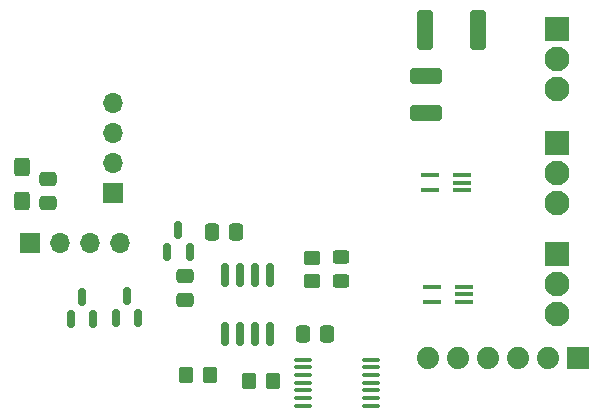
<source format=gbr>
%TF.GenerationSoftware,KiCad,Pcbnew,6.0.11-2627ca5db0~126~ubuntu22.04.1*%
%TF.CreationDate,2023-03-03T14:45:42-05:00*%
%TF.ProjectId,lin-flow-sensor,6c696e2d-666c-46f7-972d-73656e736f72,1.0*%
%TF.SameCoordinates,Original*%
%TF.FileFunction,Soldermask,Top*%
%TF.FilePolarity,Negative*%
%FSLAX46Y46*%
G04 Gerber Fmt 4.6, Leading zero omitted, Abs format (unit mm)*
G04 Created by KiCad (PCBNEW 6.0.11-2627ca5db0~126~ubuntu22.04.1) date 2023-03-03 14:45:42*
%MOMM*%
%LPD*%
G01*
G04 APERTURE LIST*
G04 Aperture macros list*
%AMRoundRect*
0 Rectangle with rounded corners*
0 $1 Rounding radius*
0 $2 $3 $4 $5 $6 $7 $8 $9 X,Y pos of 4 corners*
0 Add a 4 corners polygon primitive as box body*
4,1,4,$2,$3,$4,$5,$6,$7,$8,$9,$2,$3,0*
0 Add four circle primitives for the rounded corners*
1,1,$1+$1,$2,$3*
1,1,$1+$1,$4,$5*
1,1,$1+$1,$6,$7*
1,1,$1+$1,$8,$9*
0 Add four rect primitives between the rounded corners*
20,1,$1+$1,$2,$3,$4,$5,0*
20,1,$1+$1,$4,$5,$6,$7,0*
20,1,$1+$1,$6,$7,$8,$9,0*
20,1,$1+$1,$8,$9,$2,$3,0*%
G04 Aperture macros list end*
%ADD10R,2.100000X2.100000*%
%ADD11C,2.100000*%
%ADD12R,1.879600X1.879600*%
%ADD13C,1.879600*%
%ADD14RoundRect,0.150000X0.150000X-0.587500X0.150000X0.587500X-0.150000X0.587500X-0.150000X-0.587500X0*%
%ADD15O,1.700000X1.700000*%
%ADD16R,1.700000X1.700000*%
%ADD17RoundRect,0.250000X0.400000X1.450000X-0.400000X1.450000X-0.400000X-1.450000X0.400000X-1.450000X0*%
%ADD18RoundRect,0.250000X-0.337500X-0.475000X0.337500X-0.475000X0.337500X0.475000X-0.337500X0.475000X0*%
%ADD19RoundRect,0.250000X-0.475000X0.337500X-0.475000X-0.337500X0.475000X-0.337500X0.475000X0.337500X0*%
%ADD20RoundRect,0.250000X0.425000X-0.537500X0.425000X0.537500X-0.425000X0.537500X-0.425000X-0.537500X0*%
%ADD21RoundRect,0.250000X0.475000X-0.337500X0.475000X0.337500X-0.475000X0.337500X-0.475000X-0.337500X0*%
%ADD22RoundRect,0.250000X-1.100000X0.412500X-1.100000X-0.412500X1.100000X-0.412500X1.100000X0.412500X0*%
%ADD23RoundRect,0.150000X0.150000X-0.825000X0.150000X0.825000X-0.150000X0.825000X-0.150000X-0.825000X0*%
%ADD24RoundRect,0.100000X-0.637500X-0.100000X0.637500X-0.100000X0.637500X0.100000X-0.637500X0.100000X0*%
%ADD25RoundRect,0.250000X-0.350000X-0.450000X0.350000X-0.450000X0.350000X0.450000X-0.350000X0.450000X0*%
%ADD26RoundRect,0.250000X0.337500X0.475000X-0.337500X0.475000X-0.337500X-0.475000X0.337500X-0.475000X0*%
%ADD27RoundRect,0.250000X0.450000X-0.350000X0.450000X0.350000X-0.450000X0.350000X-0.450000X-0.350000X0*%
%ADD28RoundRect,0.250000X0.450000X-0.325000X0.450000X0.325000X-0.450000X0.325000X-0.450000X-0.325000X0*%
%ADD29R,1.500000X0.400000*%
G04 APERTURE END LIST*
D10*
%TO.C,J5*%
X224725000Y-83025000D03*
D11*
X224725000Y-85565000D03*
X224725000Y-88105000D03*
%TD*%
D12*
%TO.C,J1*%
X226520000Y-91800000D03*
D13*
X223980000Y-91800000D03*
X221440000Y-91800000D03*
X218900000Y-91800000D03*
X216360000Y-91800000D03*
X213820000Y-91800000D03*
%TD*%
D10*
%TO.C,J3*%
X224700000Y-64000000D03*
D11*
X224700000Y-66540000D03*
X224700000Y-69080000D03*
%TD*%
D14*
%TO.C,U4*%
X191730000Y-82845000D03*
X193630000Y-82845000D03*
X192680000Y-80970000D03*
%TD*%
D15*
%TO.C,U3*%
X187119050Y-70270000D03*
X187119050Y-72810000D03*
X187119050Y-75350000D03*
D16*
X187119050Y-77890000D03*
%TD*%
D17*
%TO.C,F1*%
X218020000Y-64030000D03*
X213570000Y-64030000D03*
%TD*%
D18*
%TO.C,C7*%
X195525000Y-81160000D03*
X197600000Y-81160000D03*
%TD*%
D19*
%TO.C,C6*%
X193220000Y-84872500D03*
X193220000Y-86947500D03*
%TD*%
D20*
%TO.C,C5*%
X179470000Y-78540000D03*
X179470000Y-75665000D03*
%TD*%
D21*
%TO.C,C4*%
X181640000Y-78747500D03*
X181640000Y-76672500D03*
%TD*%
D22*
%TO.C,C3*%
X213630000Y-67980000D03*
X213630000Y-71105000D03*
%TD*%
D10*
%TO.C,J4*%
X224725000Y-73600000D03*
D11*
X224725000Y-76140000D03*
X224725000Y-78680000D03*
%TD*%
D16*
%TO.C,J2*%
X180150000Y-82100000D03*
D15*
X182690000Y-82100000D03*
X185230000Y-82100000D03*
X187770000Y-82100000D03*
%TD*%
D23*
%TO.C,U1*%
X196670000Y-89800000D03*
X197940000Y-89800000D03*
X199210000Y-89800000D03*
X200480000Y-89800000D03*
X200480000Y-84850000D03*
X199210000Y-84850000D03*
X197940000Y-84850000D03*
X196670000Y-84850000D03*
%TD*%
D14*
%TO.C,Q1*%
X187400000Y-88475000D03*
X189300000Y-88475000D03*
X188350000Y-86600000D03*
%TD*%
D24*
%TO.C,U2*%
X203237500Y-91975000D03*
X203237500Y-92625000D03*
X203237500Y-93275000D03*
X203237500Y-93925000D03*
X203237500Y-94575000D03*
X203237500Y-95225000D03*
X203237500Y-95875000D03*
X208962500Y-95875000D03*
X208962500Y-95225000D03*
X208962500Y-94575000D03*
X208962500Y-93925000D03*
X208962500Y-93275000D03*
X208962500Y-92625000D03*
X208962500Y-91975000D03*
%TD*%
D25*
%TO.C,R1*%
X193325000Y-93250000D03*
X195325000Y-93250000D03*
%TD*%
D26*
%TO.C,C1*%
X205300000Y-89775000D03*
X203225000Y-89775000D03*
%TD*%
D27*
%TO.C,R5*%
X204025000Y-85350000D03*
X204025000Y-83350000D03*
%TD*%
D28*
%TO.C,D1*%
X206450000Y-85350000D03*
X206450000Y-83300000D03*
%TD*%
D14*
%TO.C,Q2*%
X183550000Y-88525000D03*
X185450000Y-88525000D03*
X184500000Y-86650000D03*
%TD*%
D25*
%TO.C,R2*%
X198675000Y-93775000D03*
X200675000Y-93775000D03*
%TD*%
D29*
%TO.C,U7*%
X216830000Y-87100000D03*
X216830000Y-86450000D03*
X216830000Y-85800000D03*
X214170000Y-85800000D03*
X214170000Y-87100000D03*
%TD*%
%TO.C,U6*%
X216675000Y-77650000D03*
X216675000Y-77000000D03*
X216675000Y-76350000D03*
X214015000Y-76350000D03*
X214015000Y-77650000D03*
%TD*%
M02*

</source>
